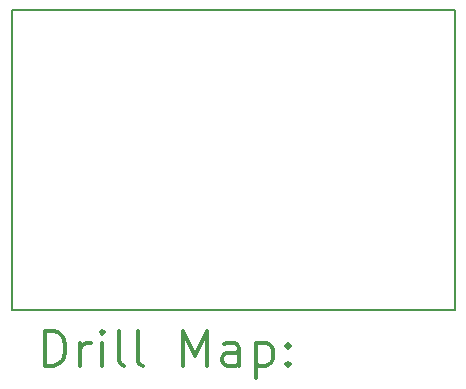
<source format=gbr>
%FSLAX45Y45*%
G04 Gerber Fmt 4.5, Leading zero omitted, Abs format (unit mm)*
G04 Created by KiCad (PCBNEW (5.0.2)-1) date 09/11/2019 14:29:26*
%MOMM*%
%LPD*%
G01*
G04 APERTURE LIST*
%ADD10C,0.150000*%
%ADD11C,0.200000*%
%ADD12C,0.300000*%
G04 APERTURE END LIST*
D10*
X13081000Y-7747000D02*
X13081000Y-10287000D01*
X16827500Y-7747000D02*
X13081000Y-7747000D01*
X16827500Y-10287000D02*
X16827500Y-7747000D01*
X13081000Y-10287000D02*
X16827500Y-10287000D01*
D11*
D12*
X13359928Y-10760214D02*
X13359928Y-10460214D01*
X13431357Y-10460214D01*
X13474214Y-10474500D01*
X13502786Y-10503072D01*
X13517071Y-10531643D01*
X13531357Y-10588786D01*
X13531357Y-10631643D01*
X13517071Y-10688786D01*
X13502786Y-10717357D01*
X13474214Y-10745929D01*
X13431357Y-10760214D01*
X13359928Y-10760214D01*
X13659928Y-10760214D02*
X13659928Y-10560214D01*
X13659928Y-10617357D02*
X13674214Y-10588786D01*
X13688500Y-10574500D01*
X13717071Y-10560214D01*
X13745643Y-10560214D01*
X13845643Y-10760214D02*
X13845643Y-10560214D01*
X13845643Y-10460214D02*
X13831357Y-10474500D01*
X13845643Y-10488786D01*
X13859928Y-10474500D01*
X13845643Y-10460214D01*
X13845643Y-10488786D01*
X14031357Y-10760214D02*
X14002786Y-10745929D01*
X13988500Y-10717357D01*
X13988500Y-10460214D01*
X14188500Y-10760214D02*
X14159928Y-10745929D01*
X14145643Y-10717357D01*
X14145643Y-10460214D01*
X14531357Y-10760214D02*
X14531357Y-10460214D01*
X14631357Y-10674500D01*
X14731357Y-10460214D01*
X14731357Y-10760214D01*
X15002786Y-10760214D02*
X15002786Y-10603072D01*
X14988500Y-10574500D01*
X14959928Y-10560214D01*
X14902786Y-10560214D01*
X14874214Y-10574500D01*
X15002786Y-10745929D02*
X14974214Y-10760214D01*
X14902786Y-10760214D01*
X14874214Y-10745929D01*
X14859928Y-10717357D01*
X14859928Y-10688786D01*
X14874214Y-10660214D01*
X14902786Y-10645929D01*
X14974214Y-10645929D01*
X15002786Y-10631643D01*
X15145643Y-10560214D02*
X15145643Y-10860214D01*
X15145643Y-10574500D02*
X15174214Y-10560214D01*
X15231357Y-10560214D01*
X15259928Y-10574500D01*
X15274214Y-10588786D01*
X15288500Y-10617357D01*
X15288500Y-10703072D01*
X15274214Y-10731643D01*
X15259928Y-10745929D01*
X15231357Y-10760214D01*
X15174214Y-10760214D01*
X15145643Y-10745929D01*
X15417071Y-10731643D02*
X15431357Y-10745929D01*
X15417071Y-10760214D01*
X15402786Y-10745929D01*
X15417071Y-10731643D01*
X15417071Y-10760214D01*
X15417071Y-10574500D02*
X15431357Y-10588786D01*
X15417071Y-10603072D01*
X15402786Y-10588786D01*
X15417071Y-10574500D01*
X15417071Y-10603072D01*
M02*

</source>
